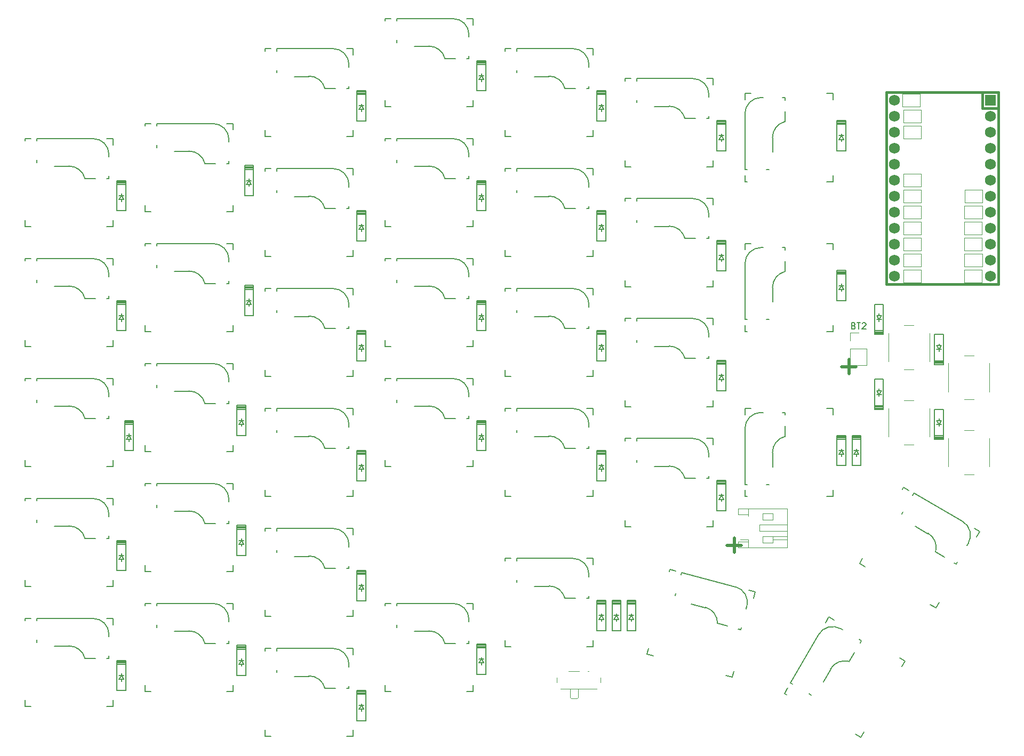
<source format=gbr>
%TF.GenerationSoftware,KiCad,Pcbnew,6.0.4*%
%TF.CreationDate,2022-04-20T09:09:29+02:00*%
%TF.ProjectId,mykeeb,6d796b65-6562-42e6-9b69-6361645f7063,rev?*%
%TF.SameCoordinates,Original*%
%TF.FileFunction,Legend,Top*%
%TF.FilePolarity,Positive*%
%FSLAX46Y46*%
G04 Gerber Fmt 4.6, Leading zero omitted, Abs format (unit mm)*
G04 Created by KiCad (PCBNEW 6.0.4) date 2022-04-20 09:09:29*
%MOMM*%
%LPD*%
G01*
G04 APERTURE LIST*
%ADD10C,0.500000*%
%ADD11C,0.150000*%
%ADD12C,0.120000*%
%ADD13C,0.200000*%
%ADD14C,0.381000*%
%ADD15C,1.752600*%
%ADD16R,1.752600X1.752600*%
G04 APERTURE END LIST*
D10*
X170307142Y-86380285D02*
X172592857Y-86380285D01*
X171450000Y-87523142D02*
X171450000Y-85237428D01*
X152109142Y-114768285D02*
X154394857Y-114768285D01*
X153252000Y-115911142D02*
X153252000Y-113625428D01*
D11*
%TO.C,BT2*%
X172188285Y-79894571D02*
X172331142Y-79942190D01*
X172378761Y-79989809D01*
X172426380Y-80085047D01*
X172426380Y-80227904D01*
X172378761Y-80323142D01*
X172331142Y-80370761D01*
X172235904Y-80418380D01*
X171854952Y-80418380D01*
X171854952Y-79418380D01*
X172188285Y-79418380D01*
X172283523Y-79466000D01*
X172331142Y-79513619D01*
X172378761Y-79608857D01*
X172378761Y-79704095D01*
X172331142Y-79799333D01*
X172283523Y-79846952D01*
X172188285Y-79894571D01*
X171854952Y-79894571D01*
X172712095Y-79418380D02*
X173283523Y-79418380D01*
X172997809Y-80418380D02*
X172997809Y-79418380D01*
X173569238Y-79513619D02*
X173616857Y-79466000D01*
X173712095Y-79418380D01*
X173950190Y-79418380D01*
X174045428Y-79466000D01*
X174093047Y-79513619D01*
X174140666Y-79608857D01*
X174140666Y-79704095D01*
X174093047Y-79846952D01*
X173521619Y-80418380D01*
X174140666Y-80418380D01*
D12*
X171644000Y-82296000D02*
X171644000Y-80966000D01*
X171644000Y-86166000D02*
X174304000Y-86166000D01*
X171644000Y-83566000D02*
X171644000Y-86166000D01*
X171644000Y-83566000D02*
X174304000Y-83566000D01*
X171644000Y-80966000D02*
X172974000Y-80966000D01*
X174304000Y-83566000D02*
X174304000Y-86166000D01*
D13*
%TO.C,D32*%
X94409375Y-102093750D02*
X93659375Y-102093750D01*
X93659375Y-102693750D02*
X94059375Y-102093750D01*
X94759375Y-104493750D02*
X93359375Y-104493750D01*
X94759375Y-99893750D02*
X93359375Y-99893750D01*
X94759375Y-100293750D02*
X93359375Y-100293750D01*
X94059375Y-102093750D02*
X94409375Y-102693750D01*
X94059375Y-102093750D02*
X94059375Y-101793750D01*
X94059375Y-102693750D02*
X94059375Y-102993750D01*
X94759375Y-100093750D02*
X93359375Y-100093750D01*
X94759375Y-99693750D02*
X93359375Y-99693750D01*
X94759375Y-99693750D02*
X94759375Y-104493750D01*
X94409375Y-102693750D02*
X93659375Y-102693750D01*
X93359375Y-99693750D02*
X93359375Y-104493750D01*
D11*
%TO.C,K11*%
X69214999Y-73183751D02*
G75*
G03*
X66675001Y-71200579I-2539999J-634999D01*
G01*
X73025000Y-69373750D02*
G75*
G03*
X70485000Y-66833750I-2540000J0D01*
G01*
X59675000Y-80818750D02*
X59675000Y-79818750D01*
X70485000Y-66833750D02*
X61595000Y-66833750D01*
X73025000Y-69373750D02*
X73025000Y-69754750D01*
X59675000Y-66818750D02*
X60675000Y-66818750D01*
X72644000Y-73183750D02*
X73025000Y-73183750D01*
X64389000Y-71278750D02*
X66675000Y-71278750D01*
X72675000Y-66818750D02*
X73675000Y-66818750D01*
X61595000Y-70262750D02*
X61595000Y-70643750D01*
X59675000Y-67214750D02*
X59675000Y-66818750D01*
X73675000Y-66818750D02*
X73675000Y-67818750D01*
X61595000Y-66833750D02*
X61595000Y-67214750D01*
X73025000Y-73183750D02*
X73025000Y-72802750D01*
X73675000Y-80818750D02*
X72675000Y-80818750D01*
X73675000Y-79818750D02*
X73675000Y-80818750D01*
X69215000Y-73183750D02*
X70866000Y-73183750D01*
X60675000Y-80818750D02*
X59675000Y-80818750D01*
%TO.C,K10*%
X50164999Y-75565001D02*
G75*
G03*
X47625001Y-73581829I-2539999J-634999D01*
G01*
X53975000Y-71755000D02*
G75*
G03*
X51435000Y-69215000I-2540000J0D01*
G01*
X40625000Y-83200000D02*
X40625000Y-82200000D01*
X51435000Y-69215000D02*
X42545000Y-69215000D01*
X53975000Y-71755000D02*
X53975000Y-72136000D01*
X40625000Y-69200000D02*
X41625000Y-69200000D01*
X53594000Y-75565000D02*
X53975000Y-75565000D01*
X45339000Y-73660000D02*
X47625000Y-73660000D01*
X53625000Y-69200000D02*
X54625000Y-69200000D01*
X42545000Y-72644000D02*
X42545000Y-73025000D01*
X40625000Y-69596000D02*
X40625000Y-69200000D01*
X54625000Y-69200000D02*
X54625000Y-70200000D01*
X42545000Y-69215000D02*
X42545000Y-69596000D01*
X53975000Y-75565000D02*
X53975000Y-75184000D01*
X54625000Y-83200000D02*
X53625000Y-83200000D01*
X54625000Y-82200000D02*
X54625000Y-83200000D01*
X50165000Y-75565000D02*
X51816000Y-75565000D01*
X41625000Y-83200000D02*
X40625000Y-83200000D01*
%TO.C,K31*%
X69214999Y-111283751D02*
G75*
G03*
X66675001Y-109300579I-2539999J-634999D01*
G01*
X73025000Y-107473750D02*
G75*
G03*
X70485000Y-104933750I-2540000J0D01*
G01*
X59675000Y-118918750D02*
X59675000Y-117918750D01*
X70485000Y-104933750D02*
X61595000Y-104933750D01*
X73025000Y-107473750D02*
X73025000Y-107854750D01*
X59675000Y-104918750D02*
X60675000Y-104918750D01*
X72644000Y-111283750D02*
X73025000Y-111283750D01*
X64389000Y-109378750D02*
X66675000Y-109378750D01*
X72675000Y-104918750D02*
X73675000Y-104918750D01*
X61595000Y-108362750D02*
X61595000Y-108743750D01*
X59675000Y-105314750D02*
X59675000Y-104918750D01*
X73675000Y-104918750D02*
X73675000Y-105918750D01*
X61595000Y-104933750D02*
X61595000Y-105314750D01*
X73025000Y-111283750D02*
X73025000Y-110902750D01*
X73675000Y-118918750D02*
X72675000Y-118918750D01*
X73675000Y-117918750D02*
X73675000Y-118918750D01*
X69215000Y-111283750D02*
X70866000Y-111283750D01*
X60675000Y-118918750D02*
X59675000Y-118918750D01*
D12*
%TO.C,BT1*%
X161644000Y-112514000D02*
X157284000Y-112514000D01*
X159384000Y-113314000D02*
X161644000Y-113314000D01*
X159384000Y-113314000D02*
X157784000Y-113314000D01*
X155424000Y-113874000D02*
X154209000Y-113874000D01*
X161644000Y-108954000D02*
X153824000Y-108954000D01*
X153824000Y-115074000D02*
X161644000Y-115074000D01*
X159384000Y-110714000D02*
X157784000Y-110714000D01*
X155424000Y-108954000D02*
X155424000Y-109874000D01*
X157284000Y-111514000D02*
X161644000Y-111514000D01*
X155424000Y-109874000D02*
X155424000Y-110154000D01*
X161644000Y-115074000D02*
X161644000Y-108954000D01*
X159384000Y-114314000D02*
X159384000Y-113314000D01*
X159384000Y-113814000D02*
X161644000Y-113814000D01*
X153824000Y-114154000D02*
X153824000Y-115074000D01*
X157784000Y-113314000D02*
X157784000Y-114314000D01*
X155424000Y-114154000D02*
X153824000Y-114154000D01*
X155424000Y-113874000D02*
X155424000Y-114154000D01*
X159384000Y-109714000D02*
X159384000Y-110714000D01*
X157784000Y-114314000D02*
X159384000Y-114314000D01*
X157284000Y-112514000D02*
X157284000Y-111514000D01*
X155424000Y-115074000D02*
X155424000Y-114154000D01*
X157784000Y-109714000D02*
X159384000Y-109714000D01*
X157784000Y-110714000D02*
X157784000Y-109714000D01*
X153824000Y-108954000D02*
X153824000Y-109874000D01*
X153824000Y-109874000D02*
X155424000Y-109874000D01*
D13*
%TO.C,D30*%
X56309375Y-116381250D02*
X55559375Y-116381250D01*
X55559375Y-116981250D02*
X55959375Y-116381250D01*
X56659375Y-118781250D02*
X55259375Y-118781250D01*
X56659375Y-114181250D02*
X55259375Y-114181250D01*
X56659375Y-114581250D02*
X55259375Y-114581250D01*
X55959375Y-116381250D02*
X56309375Y-116981250D01*
X55959375Y-116381250D02*
X55959375Y-116081250D01*
X55959375Y-116981250D02*
X55959375Y-117281250D01*
X56659375Y-114381250D02*
X55259375Y-114381250D01*
X56659375Y-113981250D02*
X55259375Y-113981250D01*
X56659375Y-113981250D02*
X56659375Y-118781250D01*
X56309375Y-116981250D02*
X55559375Y-116981250D01*
X55259375Y-113981250D02*
X55259375Y-118781250D01*
D12*
%TO.C,JPr2a1*%
X192521750Y-65913125D02*
X192521750Y-67913125D01*
X189721750Y-65913125D02*
X192521750Y-65913125D01*
X189721750Y-67913125D02*
X189721750Y-65913125D01*
X192521750Y-67913125D02*
X189721750Y-67913125D01*
D11*
%TO.C,K24*%
X126364999Y-80327501D02*
G75*
G03*
X123825001Y-78344329I-2539999J-634999D01*
G01*
X130175000Y-76517500D02*
G75*
G03*
X127635000Y-73977500I-2540000J0D01*
G01*
X116825000Y-87962500D02*
X116825000Y-86962500D01*
X127635000Y-73977500D02*
X118745000Y-73977500D01*
X130175000Y-76517500D02*
X130175000Y-76898500D01*
X116825000Y-73962500D02*
X117825000Y-73962500D01*
X129794000Y-80327500D02*
X130175000Y-80327500D01*
X121539000Y-78422500D02*
X123825000Y-78422500D01*
X129825000Y-73962500D02*
X130825000Y-73962500D01*
X118745000Y-77406500D02*
X118745000Y-77787500D01*
X116825000Y-74358500D02*
X116825000Y-73962500D01*
X130825000Y-73962500D02*
X130825000Y-74962500D01*
X118745000Y-73977500D02*
X118745000Y-74358500D01*
X130175000Y-80327500D02*
X130175000Y-79946500D01*
X130825000Y-87962500D02*
X129825000Y-87962500D01*
X130825000Y-86962500D02*
X130825000Y-87962500D01*
X126365000Y-80327500D02*
X128016000Y-80327500D01*
X117825000Y-87962500D02*
X116825000Y-87962500D01*
%TO.C,K45*%
X150578369Y-127160968D02*
G75*
G03*
X148638201Y-124587971I-2617801J44038D01*
G01*
X155244647Y-124466891D02*
G75*
G03*
X153448596Y-121356039I-2453451J657401D01*
G01*
X153169135Y-134724218D02*
X152910315Y-135690144D01*
X139387354Y-132066677D02*
X139646173Y-131100752D01*
X155244648Y-124466891D02*
X155146038Y-124834908D01*
X140353280Y-132325497D02*
X139387354Y-132066677D01*
X153890529Y-128048458D02*
X154258547Y-128147068D01*
X156533782Y-122167183D02*
X156274963Y-123133108D01*
X153448596Y-121356039D02*
X144861516Y-119055137D01*
X146409862Y-124071818D02*
X148617968Y-124663478D01*
X142908328Y-118926223D02*
X143010821Y-118543716D01*
X143974025Y-122367297D02*
X143875415Y-122735315D01*
X155567856Y-121908363D02*
X156533782Y-122167183D01*
X154258547Y-128147068D02*
X154357157Y-127779050D01*
X152910315Y-135690144D02*
X151944390Y-135431325D01*
X144861516Y-119055137D02*
X144762906Y-119423155D01*
X143010821Y-118543716D02*
X143976746Y-118802535D01*
X150578370Y-127160967D02*
X152173113Y-127588278D01*
D13*
%TO.C,D33*%
X113459375Y-97331250D02*
X112709375Y-97331250D01*
X112709375Y-97931250D02*
X113109375Y-97331250D01*
X113809375Y-99731250D02*
X112409375Y-99731250D01*
X113809375Y-95131250D02*
X112409375Y-95131250D01*
X113809375Y-95531250D02*
X112409375Y-95531250D01*
X113109375Y-97331250D02*
X113459375Y-97931250D01*
X113109375Y-97331250D02*
X113109375Y-97031250D01*
X113109375Y-97931250D02*
X113109375Y-98231250D01*
X113809375Y-95331250D02*
X112409375Y-95331250D01*
X113809375Y-94931250D02*
X112409375Y-94931250D01*
X113809375Y-94931250D02*
X113809375Y-99731250D01*
X113459375Y-97931250D02*
X112709375Y-97931250D01*
X112409375Y-94931250D02*
X112409375Y-99731250D01*
%TO.C,D21*%
X75359375Y-94950000D02*
X74609375Y-94950000D01*
X74609375Y-95550000D02*
X75009375Y-94950000D01*
X75709375Y-97350000D02*
X74309375Y-97350000D01*
X75709375Y-92750000D02*
X74309375Y-92750000D01*
X75709375Y-93150000D02*
X74309375Y-93150000D01*
X75009375Y-94950000D02*
X75359375Y-95550000D01*
X75009375Y-94950000D02*
X75009375Y-94650000D01*
X75009375Y-95550000D02*
X75009375Y-95850000D01*
X75709375Y-92950000D02*
X74309375Y-92950000D01*
X75709375Y-92550000D02*
X74309375Y-92550000D01*
X75709375Y-92550000D02*
X75709375Y-97350000D01*
X75359375Y-95550000D02*
X74609375Y-95550000D01*
X74309375Y-92550000D02*
X74309375Y-97350000D01*
%TO.C,D42*%
X94409375Y-121143750D02*
X93659375Y-121143750D01*
X93659375Y-121743750D02*
X94059375Y-121143750D01*
X94759375Y-123543750D02*
X93359375Y-123543750D01*
X94759375Y-118943750D02*
X93359375Y-118943750D01*
X94759375Y-119343750D02*
X93359375Y-119343750D01*
X94059375Y-121143750D02*
X94409375Y-121743750D01*
X94059375Y-121143750D02*
X94059375Y-120843750D01*
X94059375Y-121743750D02*
X94059375Y-122043750D01*
X94759375Y-119143750D02*
X93359375Y-119143750D01*
X94759375Y-118743750D02*
X93359375Y-118743750D01*
X94759375Y-118743750D02*
X94759375Y-123543750D01*
X94409375Y-121743750D02*
X93659375Y-121743750D01*
X93359375Y-118743750D02*
X93359375Y-123543750D01*
%TO.C,D6*%
X170609375Y-49706250D02*
X169859375Y-49706250D01*
X169859375Y-50306250D02*
X170259375Y-49706250D01*
X170959375Y-52106250D02*
X169559375Y-52106250D01*
X170959375Y-47506250D02*
X169559375Y-47506250D01*
X170959375Y-47906250D02*
X169559375Y-47906250D01*
X170259375Y-49706250D02*
X170609375Y-50306250D01*
X170259375Y-49706250D02*
X170259375Y-49406250D01*
X170259375Y-50306250D02*
X170259375Y-50606250D01*
X170959375Y-47706250D02*
X169559375Y-47706250D01*
X170959375Y-47306250D02*
X169559375Y-47306250D01*
X170959375Y-47306250D02*
X170959375Y-52106250D01*
X170609375Y-50306250D02*
X169859375Y-50306250D01*
X169559375Y-47306250D02*
X169559375Y-52106250D01*
D11*
%TO.C,K41*%
X69214999Y-130333751D02*
G75*
G03*
X66675001Y-128350579I-2539999J-634999D01*
G01*
X73025000Y-126523750D02*
G75*
G03*
X70485000Y-123983750I-2540000J0D01*
G01*
X59675000Y-137968750D02*
X59675000Y-136968750D01*
X70485000Y-123983750D02*
X61595000Y-123983750D01*
X73025000Y-126523750D02*
X73025000Y-126904750D01*
X59675000Y-123968750D02*
X60675000Y-123968750D01*
X72644000Y-130333750D02*
X73025000Y-130333750D01*
X64389000Y-128428750D02*
X66675000Y-128428750D01*
X72675000Y-123968750D02*
X73675000Y-123968750D01*
X61595000Y-127412750D02*
X61595000Y-127793750D01*
X59675000Y-124364750D02*
X59675000Y-123968750D01*
X73675000Y-123968750D02*
X73675000Y-124968750D01*
X61595000Y-123983750D02*
X61595000Y-124364750D01*
X73025000Y-130333750D02*
X73025000Y-129952750D01*
X73675000Y-137968750D02*
X72675000Y-137968750D01*
X73675000Y-136968750D02*
X73675000Y-137968750D01*
X69215000Y-130333750D02*
X70866000Y-130333750D01*
X60675000Y-137968750D02*
X59675000Y-137968750D01*
D13*
%TO.C,D12*%
X94409375Y-63993750D02*
X93659375Y-63993750D01*
X93659375Y-64593750D02*
X94059375Y-63993750D01*
X94759375Y-66393750D02*
X93359375Y-66393750D01*
X94759375Y-61793750D02*
X93359375Y-61793750D01*
X94759375Y-62193750D02*
X93359375Y-62193750D01*
X94059375Y-63993750D02*
X94409375Y-64593750D01*
X94059375Y-63993750D02*
X94059375Y-63693750D01*
X94059375Y-64593750D02*
X94059375Y-64893750D01*
X94759375Y-61993750D02*
X93359375Y-61993750D01*
X94759375Y-61593750D02*
X93359375Y-61593750D01*
X94759375Y-61593750D02*
X94759375Y-66393750D01*
X94409375Y-64593750D02*
X93659375Y-64593750D01*
X93359375Y-61593750D02*
X93359375Y-66393750D01*
D11*
%TO.C,K20*%
X50164999Y-94615001D02*
G75*
G03*
X47625001Y-92631829I-2539999J-634999D01*
G01*
X53975000Y-90805000D02*
G75*
G03*
X51435000Y-88265000I-2540000J0D01*
G01*
X40625000Y-102250000D02*
X40625000Y-101250000D01*
X51435000Y-88265000D02*
X42545000Y-88265000D01*
X53975000Y-90805000D02*
X53975000Y-91186000D01*
X40625000Y-88250000D02*
X41625000Y-88250000D01*
X53594000Y-94615000D02*
X53975000Y-94615000D01*
X45339000Y-92710000D02*
X47625000Y-92710000D01*
X53625000Y-88250000D02*
X54625000Y-88250000D01*
X42545000Y-91694000D02*
X42545000Y-92075000D01*
X40625000Y-88646000D02*
X40625000Y-88250000D01*
X54625000Y-88250000D02*
X54625000Y-89250000D01*
X42545000Y-88265000D02*
X42545000Y-88646000D01*
X53975000Y-94615000D02*
X53975000Y-94234000D01*
X54625000Y-102250000D02*
X53625000Y-102250000D01*
X54625000Y-101250000D02*
X54625000Y-102250000D01*
X50165000Y-94615000D02*
X51816000Y-94615000D01*
X41625000Y-102250000D02*
X40625000Y-102250000D01*
%TO.C,K21*%
X69214999Y-92233751D02*
G75*
G03*
X66675001Y-90250579I-2539999J-634999D01*
G01*
X73025000Y-88423750D02*
G75*
G03*
X70485000Y-85883750I-2540000J0D01*
G01*
X59675000Y-99868750D02*
X59675000Y-98868750D01*
X70485000Y-85883750D02*
X61595000Y-85883750D01*
X73025000Y-88423750D02*
X73025000Y-88804750D01*
X59675000Y-85868750D02*
X60675000Y-85868750D01*
X72644000Y-92233750D02*
X73025000Y-92233750D01*
X64389000Y-90328750D02*
X66675000Y-90328750D01*
X72675000Y-85868750D02*
X73675000Y-85868750D01*
X61595000Y-89312750D02*
X61595000Y-89693750D01*
X59675000Y-86264750D02*
X59675000Y-85868750D01*
X73675000Y-85868750D02*
X73675000Y-86868750D01*
X61595000Y-85883750D02*
X61595000Y-86264750D01*
X73025000Y-92233750D02*
X73025000Y-91852750D01*
X73675000Y-99868750D02*
X72675000Y-99868750D01*
X73675000Y-98868750D02*
X73675000Y-99868750D01*
X69215000Y-92233750D02*
X70866000Y-92233750D01*
X60675000Y-99868750D02*
X59675000Y-99868750D01*
%TO.C,K13*%
X107314999Y-56515001D02*
G75*
G03*
X104775001Y-54531829I-2539999J-634999D01*
G01*
X111125000Y-52705000D02*
G75*
G03*
X108585000Y-50165000I-2540000J0D01*
G01*
X97775000Y-64150000D02*
X97775000Y-63150000D01*
X108585000Y-50165000D02*
X99695000Y-50165000D01*
X111125000Y-52705000D02*
X111125000Y-53086000D01*
X97775000Y-50150000D02*
X98775000Y-50150000D01*
X110744000Y-56515000D02*
X111125000Y-56515000D01*
X102489000Y-54610000D02*
X104775000Y-54610000D01*
X110775000Y-50150000D02*
X111775000Y-50150000D01*
X99695000Y-53594000D02*
X99695000Y-53975000D01*
X97775000Y-50546000D02*
X97775000Y-50150000D01*
X111775000Y-50150000D02*
X111775000Y-51150000D01*
X99695000Y-50165000D02*
X99695000Y-50546000D01*
X111125000Y-56515000D02*
X111125000Y-56134000D01*
X111775000Y-64150000D02*
X110775000Y-64150000D01*
X111775000Y-63150000D02*
X111775000Y-64150000D01*
X107315000Y-56515000D02*
X108966000Y-56515000D01*
X98775000Y-64150000D02*
X97775000Y-64150000D01*
D13*
%TO.C,D23*%
X113459375Y-78281250D02*
X112709375Y-78281250D01*
X112709375Y-78881250D02*
X113109375Y-78281250D01*
X113809375Y-80681250D02*
X112409375Y-80681250D01*
X113809375Y-76081250D02*
X112409375Y-76081250D01*
X113809375Y-76481250D02*
X112409375Y-76481250D01*
X113109375Y-78281250D02*
X113459375Y-78881250D01*
X113109375Y-78281250D02*
X113109375Y-77981250D01*
X113109375Y-78881250D02*
X113109375Y-79181250D01*
X113809375Y-76281250D02*
X112409375Y-76281250D01*
X113809375Y-75881250D02*
X112409375Y-75881250D01*
X113809375Y-75881250D02*
X113809375Y-80681250D01*
X113459375Y-78881250D02*
X112709375Y-78881250D01*
X112409375Y-75881250D02*
X112409375Y-80681250D01*
D11*
%TO.C,K36*%
X185200051Y-115821028D02*
G75*
G03*
X183991934Y-112833552I-2517203J720074D01*
G01*
X190404609Y-114426471D02*
G75*
G03*
X189474905Y-110956767I-2199704J1270000D01*
G01*
X173120670Y-117663132D02*
X173620670Y-116797106D01*
X189474905Y-110956767D02*
X181775939Y-106511767D01*
X190404609Y-114426471D02*
X190214109Y-114756427D01*
X180120670Y-105538776D02*
X180986696Y-106038776D01*
X188169654Y-117535528D02*
X188499609Y-117726028D01*
X181973114Y-111758249D02*
X183952848Y-112901249D01*
X191379000Y-112038776D02*
X192245026Y-112538776D01*
X180061439Y-109481368D02*
X179870939Y-109811323D01*
X179922670Y-105881722D02*
X180120670Y-105538776D01*
X192245026Y-112538776D02*
X191745026Y-113404802D01*
X181775939Y-106511767D02*
X181585439Y-106841722D01*
X188499609Y-117726028D02*
X188690109Y-117396072D01*
X185245026Y-124663132D02*
X184379000Y-124163132D01*
X185745026Y-123797106D02*
X185245026Y-124663132D01*
X185200053Y-115821028D02*
X186629860Y-116646528D01*
X173986696Y-118163132D02*
X173120670Y-117663132D01*
D13*
%TO.C,D2*%
X94409375Y-44943750D02*
X93659375Y-44943750D01*
X93659375Y-45543750D02*
X94059375Y-44943750D01*
X94759375Y-47343750D02*
X93359375Y-47343750D01*
X94759375Y-42743750D02*
X93359375Y-42743750D01*
X94759375Y-43143750D02*
X93359375Y-43143750D01*
X94059375Y-44943750D02*
X94409375Y-45543750D01*
X94059375Y-44943750D02*
X94059375Y-44643750D01*
X94059375Y-45543750D02*
X94059375Y-45843750D01*
X94759375Y-42943750D02*
X93359375Y-42943750D01*
X94759375Y-42543750D02*
X93359375Y-42543750D01*
X94759375Y-42543750D02*
X94759375Y-47343750D01*
X94409375Y-45543750D02*
X93659375Y-45543750D01*
X93359375Y-42543750D02*
X93359375Y-47343750D01*
D11*
%TO.C,K40*%
X50164999Y-132715001D02*
G75*
G03*
X47625001Y-130731829I-2539999J-634999D01*
G01*
X53975000Y-128905000D02*
G75*
G03*
X51435000Y-126365000I-2540000J0D01*
G01*
X40625000Y-140350000D02*
X40625000Y-139350000D01*
X51435000Y-126365000D02*
X42545000Y-126365000D01*
X53975000Y-128905000D02*
X53975000Y-129286000D01*
X40625000Y-126350000D02*
X41625000Y-126350000D01*
X53594000Y-132715000D02*
X53975000Y-132715000D01*
X45339000Y-130810000D02*
X47625000Y-130810000D01*
X53625000Y-126350000D02*
X54625000Y-126350000D01*
X42545000Y-129794000D02*
X42545000Y-130175000D01*
X40625000Y-126746000D02*
X40625000Y-126350000D01*
X54625000Y-126350000D02*
X54625000Y-127350000D01*
X42545000Y-126365000D02*
X42545000Y-126746000D01*
X53975000Y-132715000D02*
X53975000Y-132334000D01*
X54625000Y-140350000D02*
X53625000Y-140350000D01*
X54625000Y-139350000D02*
X54625000Y-140350000D01*
X50165000Y-132715000D02*
X51816000Y-132715000D01*
X41625000Y-140350000D02*
X40625000Y-140350000D01*
%TO.C,K25*%
X145414999Y-85090001D02*
G75*
G03*
X142875001Y-83106829I-2539999J-634999D01*
G01*
X149225000Y-81280000D02*
G75*
G03*
X146685000Y-78740000I-2540000J0D01*
G01*
X135875000Y-92725000D02*
X135875000Y-91725000D01*
X146685000Y-78740000D02*
X137795000Y-78740000D01*
X149225000Y-81280000D02*
X149225000Y-81661000D01*
X135875000Y-78725000D02*
X136875000Y-78725000D01*
X148844000Y-85090000D02*
X149225000Y-85090000D01*
X140589000Y-83185000D02*
X142875000Y-83185000D01*
X148875000Y-78725000D02*
X149875000Y-78725000D01*
X137795000Y-82169000D02*
X137795000Y-82550000D01*
X135875000Y-79121000D02*
X135875000Y-78725000D01*
X149875000Y-78725000D02*
X149875000Y-79725000D01*
X137795000Y-78740000D02*
X137795000Y-79121000D01*
X149225000Y-85090000D02*
X149225000Y-84709000D01*
X149875000Y-92725000D02*
X148875000Y-92725000D01*
X149875000Y-91725000D02*
X149875000Y-92725000D01*
X145415000Y-85090000D02*
X147066000Y-85090000D01*
X136875000Y-92725000D02*
X135875000Y-92725000D01*
D13*
%TO.C,D24*%
X132509375Y-83043750D02*
X131759375Y-83043750D01*
X131759375Y-83643750D02*
X132159375Y-83043750D01*
X132859375Y-85443750D02*
X131459375Y-85443750D01*
X132859375Y-80843750D02*
X131459375Y-80843750D01*
X132859375Y-81243750D02*
X131459375Y-81243750D01*
X132159375Y-83043750D02*
X132509375Y-83643750D01*
X132159375Y-83043750D02*
X132159375Y-82743750D01*
X132159375Y-83643750D02*
X132159375Y-83943750D01*
X132859375Y-81043750D02*
X131459375Y-81043750D01*
X132859375Y-80643750D02*
X131459375Y-80643750D01*
X132859375Y-80643750D02*
X132859375Y-85443750D01*
X132509375Y-83643750D02*
X131759375Y-83643750D01*
X131459375Y-80643750D02*
X131459375Y-85443750D01*
D11*
%TO.C,K7*%
X88264999Y-137477501D02*
G75*
G03*
X85725001Y-135494329I-2539999J-634999D01*
G01*
X92075000Y-133667500D02*
G75*
G03*
X89535000Y-131127500I-2540000J0D01*
G01*
X78725000Y-145112500D02*
X78725000Y-144112500D01*
X89535000Y-131127500D02*
X80645000Y-131127500D01*
X92075000Y-133667500D02*
X92075000Y-134048500D01*
X78725000Y-131112500D02*
X79725000Y-131112500D01*
X91694000Y-137477500D02*
X92075000Y-137477500D01*
X83439000Y-135572500D02*
X85725000Y-135572500D01*
X91725000Y-131112500D02*
X92725000Y-131112500D01*
X80645000Y-134556500D02*
X80645000Y-134937500D01*
X78725000Y-131508500D02*
X78725000Y-131112500D01*
X92725000Y-131112500D02*
X92725000Y-132112500D01*
X80645000Y-131127500D02*
X80645000Y-131508500D01*
X92075000Y-137477500D02*
X92075000Y-137096500D01*
X92725000Y-145112500D02*
X91725000Y-145112500D01*
X92725000Y-144112500D02*
X92725000Y-145112500D01*
X88265000Y-137477500D02*
X89916000Y-137477500D01*
X79725000Y-145112500D02*
X78725000Y-145112500D01*
D13*
%TO.C,D16*%
X170609375Y-73518750D02*
X169859375Y-73518750D01*
X169859375Y-74118750D02*
X170259375Y-73518750D01*
X170959375Y-75918750D02*
X169559375Y-75918750D01*
X170959375Y-71318750D02*
X169559375Y-71318750D01*
X170959375Y-71718750D02*
X169559375Y-71718750D01*
X170259375Y-73518750D02*
X170609375Y-74118750D01*
X170259375Y-73518750D02*
X170259375Y-73218750D01*
X170259375Y-74118750D02*
X170259375Y-74418750D01*
X170959375Y-71518750D02*
X169559375Y-71518750D01*
X170959375Y-71118750D02*
X169559375Y-71118750D01*
X170959375Y-71118750D02*
X170959375Y-75918750D01*
X170609375Y-74118750D02*
X169859375Y-74118750D01*
X169559375Y-71118750D02*
X169559375Y-75918750D01*
D12*
%TO.C,JPr4a1*%
X192558750Y-70993125D02*
X192558750Y-72993125D01*
X189758750Y-70993125D02*
X192558750Y-70993125D01*
X189758750Y-72993125D02*
X189758750Y-70993125D01*
X192558750Y-72993125D02*
X189758750Y-72993125D01*
D11*
%TO.C,K15*%
X145414999Y-66040001D02*
G75*
G03*
X142875001Y-64056829I-2539999J-634999D01*
G01*
X149225000Y-62230000D02*
G75*
G03*
X146685000Y-59690000I-2540000J0D01*
G01*
X135875000Y-73675000D02*
X135875000Y-72675000D01*
X146685000Y-59690000D02*
X137795000Y-59690000D01*
X149225000Y-62230000D02*
X149225000Y-62611000D01*
X135875000Y-59675000D02*
X136875000Y-59675000D01*
X148844000Y-66040000D02*
X149225000Y-66040000D01*
X140589000Y-64135000D02*
X142875000Y-64135000D01*
X148875000Y-59675000D02*
X149875000Y-59675000D01*
X137795000Y-63119000D02*
X137795000Y-63500000D01*
X135875000Y-60071000D02*
X135875000Y-59675000D01*
X149875000Y-59675000D02*
X149875000Y-60675000D01*
X137795000Y-59690000D02*
X137795000Y-60071000D01*
X149225000Y-66040000D02*
X149225000Y-65659000D01*
X149875000Y-73675000D02*
X148875000Y-73675000D01*
X149875000Y-72675000D02*
X149875000Y-73675000D01*
X145415000Y-66040000D02*
X147066000Y-66040000D01*
X136875000Y-73675000D02*
X135875000Y-73675000D01*
D13*
%TO.C,D17*%
X175862500Y-78881250D02*
X176612500Y-78881250D01*
X176612500Y-78281250D02*
X176212500Y-78881250D01*
X175512500Y-76481250D02*
X176912500Y-76481250D01*
X175512500Y-81081250D02*
X176912500Y-81081250D01*
X175512500Y-80681250D02*
X176912500Y-80681250D01*
X176212500Y-78881250D02*
X175862500Y-78281250D01*
X176212500Y-78881250D02*
X176212500Y-79181250D01*
X176212500Y-78281250D02*
X176212500Y-77981250D01*
X175512500Y-80881250D02*
X176912500Y-80881250D01*
X175512500Y-81281250D02*
X176912500Y-81281250D01*
X175512500Y-81281250D02*
X175512500Y-76481250D01*
X175862500Y-78281250D02*
X176612500Y-78281250D01*
X176912500Y-81281250D02*
X176912500Y-76481250D01*
D11*
%TO.C,K5*%
X145414999Y-46990001D02*
G75*
G03*
X142875001Y-45006829I-2539999J-634999D01*
G01*
X149225000Y-43180000D02*
G75*
G03*
X146685000Y-40640000I-2540000J0D01*
G01*
X135875000Y-54625000D02*
X135875000Y-53625000D01*
X146685000Y-40640000D02*
X137795000Y-40640000D01*
X149225000Y-43180000D02*
X149225000Y-43561000D01*
X135875000Y-40625000D02*
X136875000Y-40625000D01*
X148844000Y-46990000D02*
X149225000Y-46990000D01*
X140589000Y-45085000D02*
X142875000Y-45085000D01*
X148875000Y-40625000D02*
X149875000Y-40625000D01*
X137795000Y-44069000D02*
X137795000Y-44450000D01*
X135875000Y-41021000D02*
X135875000Y-40625000D01*
X149875000Y-40625000D02*
X149875000Y-41625000D01*
X137795000Y-40640000D02*
X137795000Y-41021000D01*
X149225000Y-46990000D02*
X149225000Y-46609000D01*
X149875000Y-54625000D02*
X148875000Y-54625000D01*
X149875000Y-53625000D02*
X149875000Y-54625000D01*
X145415000Y-46990000D02*
X147066000Y-46990000D01*
X136875000Y-54625000D02*
X135875000Y-54625000D01*
%TO.C,K1*%
X69214999Y-54133751D02*
G75*
G03*
X66675001Y-52150579I-2539999J-634999D01*
G01*
X73025000Y-50323750D02*
G75*
G03*
X70485000Y-47783750I-2540000J0D01*
G01*
X59675000Y-61768750D02*
X59675000Y-60768750D01*
X70485000Y-47783750D02*
X61595000Y-47783750D01*
X73025000Y-50323750D02*
X73025000Y-50704750D01*
X59675000Y-47768750D02*
X60675000Y-47768750D01*
X72644000Y-54133750D02*
X73025000Y-54133750D01*
X64389000Y-52228750D02*
X66675000Y-52228750D01*
X72675000Y-47768750D02*
X73675000Y-47768750D01*
X61595000Y-51212750D02*
X61595000Y-51593750D01*
X59675000Y-48164750D02*
X59675000Y-47768750D01*
X73675000Y-47768750D02*
X73675000Y-48768750D01*
X61595000Y-47783750D02*
X61595000Y-48164750D01*
X73025000Y-54133750D02*
X73025000Y-53752750D01*
X73675000Y-61768750D02*
X72675000Y-61768750D01*
X73675000Y-60768750D02*
X73675000Y-61768750D01*
X69215000Y-54133750D02*
X70866000Y-54133750D01*
X60675000Y-61768750D02*
X59675000Y-61768750D01*
D12*
%TO.C,JPbat+a0*%
X179956000Y-45053125D02*
X179956000Y-43053125D01*
X182756000Y-45053125D02*
X179956000Y-45053125D01*
X182756000Y-43053125D02*
X182756000Y-45053125D01*
X179956000Y-43053125D02*
X182756000Y-43053125D01*
D11*
%TO.C,K0*%
X50164999Y-56515001D02*
G75*
G03*
X47625001Y-54531829I-2539999J-634999D01*
G01*
X53975000Y-52705000D02*
G75*
G03*
X51435000Y-50165000I-2540000J0D01*
G01*
X40625000Y-64150000D02*
X40625000Y-63150000D01*
X51435000Y-50165000D02*
X42545000Y-50165000D01*
X53975000Y-52705000D02*
X53975000Y-53086000D01*
X40625000Y-50150000D02*
X41625000Y-50150000D01*
X53594000Y-56515000D02*
X53975000Y-56515000D01*
X45339000Y-54610000D02*
X47625000Y-54610000D01*
X53625000Y-50150000D02*
X54625000Y-50150000D01*
X42545000Y-53594000D02*
X42545000Y-53975000D01*
X40625000Y-50546000D02*
X40625000Y-50150000D01*
X54625000Y-50150000D02*
X54625000Y-51150000D01*
X42545000Y-50165000D02*
X42545000Y-50546000D01*
X53975000Y-56515000D02*
X53975000Y-56134000D01*
X54625000Y-64150000D02*
X53625000Y-64150000D01*
X54625000Y-63150000D02*
X54625000Y-64150000D01*
X50165000Y-56515000D02*
X51816000Y-56515000D01*
X41625000Y-64150000D02*
X40625000Y-64150000D01*
D12*
%TO.C,JPr0a1*%
X192595750Y-60833125D02*
X192595750Y-62833125D01*
X189795750Y-60833125D02*
X192595750Y-60833125D01*
X189795750Y-62833125D02*
X189795750Y-60833125D01*
X192595750Y-62833125D02*
X189795750Y-62833125D01*
%TO.C,JPc2a1*%
X180069750Y-62833125D02*
X180069750Y-60833125D01*
X182869750Y-62833125D02*
X180069750Y-62833125D01*
X182869750Y-60833125D02*
X182869750Y-62833125D01*
X180069750Y-60833125D02*
X182869750Y-60833125D01*
D13*
%TO.C,D34*%
X132509375Y-102093750D02*
X131759375Y-102093750D01*
X131759375Y-102693750D02*
X132159375Y-102093750D01*
X132859375Y-104493750D02*
X131459375Y-104493750D01*
X132859375Y-99893750D02*
X131459375Y-99893750D01*
X132859375Y-100293750D02*
X131459375Y-100293750D01*
X132159375Y-102093750D02*
X132509375Y-102693750D01*
X132159375Y-102093750D02*
X132159375Y-101793750D01*
X132159375Y-102693750D02*
X132159375Y-102993750D01*
X132859375Y-100093750D02*
X131459375Y-100093750D01*
X132859375Y-99693750D02*
X131459375Y-99693750D01*
X132859375Y-99693750D02*
X132859375Y-104493750D01*
X132509375Y-102693750D02*
X131759375Y-102693750D01*
X131459375Y-99693750D02*
X131459375Y-104493750D01*
D11*
%TO.C,K42*%
X88264999Y-118427501D02*
G75*
G03*
X85725001Y-116444329I-2539999J-634999D01*
G01*
X92075000Y-114617500D02*
G75*
G03*
X89535000Y-112077500I-2540000J0D01*
G01*
X78725000Y-126062500D02*
X78725000Y-125062500D01*
X89535000Y-112077500D02*
X80645000Y-112077500D01*
X92075000Y-114617500D02*
X92075000Y-114998500D01*
X78725000Y-112062500D02*
X79725000Y-112062500D01*
X91694000Y-118427500D02*
X92075000Y-118427500D01*
X83439000Y-116522500D02*
X85725000Y-116522500D01*
X91725000Y-112062500D02*
X92725000Y-112062500D01*
X80645000Y-115506500D02*
X80645000Y-115887500D01*
X78725000Y-112458500D02*
X78725000Y-112062500D01*
X92725000Y-112062500D02*
X92725000Y-113062500D01*
X80645000Y-112077500D02*
X80645000Y-112458500D01*
X92075000Y-118427500D02*
X92075000Y-118046500D01*
X92725000Y-126062500D02*
X91725000Y-126062500D01*
X92725000Y-125062500D02*
X92725000Y-126062500D01*
X88265000Y-118427500D02*
X89916000Y-118427500D01*
X79725000Y-126062500D02*
X78725000Y-126062500D01*
%TO.C,K35*%
X145414999Y-104140001D02*
G75*
G03*
X142875001Y-102156829I-2539999J-634999D01*
G01*
X149225000Y-100330000D02*
G75*
G03*
X146685000Y-97790000I-2540000J0D01*
G01*
X135875000Y-111775000D02*
X135875000Y-110775000D01*
X146685000Y-97790000D02*
X137795000Y-97790000D01*
X149225000Y-100330000D02*
X149225000Y-100711000D01*
X135875000Y-97775000D02*
X136875000Y-97775000D01*
X148844000Y-104140000D02*
X149225000Y-104140000D01*
X140589000Y-102235000D02*
X142875000Y-102235000D01*
X148875000Y-97775000D02*
X149875000Y-97775000D01*
X137795000Y-101219000D02*
X137795000Y-101600000D01*
X135875000Y-98171000D02*
X135875000Y-97775000D01*
X149875000Y-97775000D02*
X149875000Y-98775000D01*
X137795000Y-97790000D02*
X137795000Y-98171000D01*
X149225000Y-104140000D02*
X149225000Y-103759000D01*
X149875000Y-111775000D02*
X148875000Y-111775000D01*
X149875000Y-110775000D02*
X149875000Y-111775000D01*
X145415000Y-104140000D02*
X147066000Y-104140000D01*
X136875000Y-111775000D02*
X135875000Y-111775000D01*
D13*
%TO.C,D7*%
X94409375Y-140193750D02*
X93659375Y-140193750D01*
X93659375Y-140793750D02*
X94059375Y-140193750D01*
X94759375Y-142593750D02*
X93359375Y-142593750D01*
X94759375Y-137993750D02*
X93359375Y-137993750D01*
X94759375Y-138393750D02*
X93359375Y-138393750D01*
X94059375Y-140193750D02*
X94409375Y-140793750D01*
X94059375Y-140193750D02*
X94059375Y-139893750D01*
X94059375Y-140793750D02*
X94059375Y-141093750D01*
X94759375Y-138193750D02*
X93359375Y-138193750D01*
X94759375Y-137793750D02*
X93359375Y-137793750D01*
X94759375Y-137793750D02*
X94759375Y-142593750D01*
X94409375Y-140793750D02*
X93659375Y-140793750D01*
X93359375Y-137793750D02*
X93359375Y-142593750D01*
D12*
%TO.C,JPc6a1*%
X180069750Y-72993125D02*
X180069750Y-70993125D01*
X182869750Y-72993125D02*
X180069750Y-72993125D01*
X182869750Y-70993125D02*
X182869750Y-72993125D01*
X180069750Y-70993125D02*
X182869750Y-70993125D01*
D13*
%TO.C,D15*%
X151559375Y-68756250D02*
X150809375Y-68756250D01*
X150809375Y-69356250D02*
X151209375Y-68756250D01*
X151909375Y-71156250D02*
X150509375Y-71156250D01*
X151909375Y-66556250D02*
X150509375Y-66556250D01*
X151909375Y-66956250D02*
X150509375Y-66956250D01*
X151209375Y-68756250D02*
X151559375Y-69356250D01*
X151209375Y-68756250D02*
X151209375Y-68456250D01*
X151209375Y-69356250D02*
X151209375Y-69656250D01*
X151909375Y-66756250D02*
X150509375Y-66756250D01*
X151909375Y-66356250D02*
X150509375Y-66356250D01*
X151909375Y-66356250D02*
X151909375Y-71156250D01*
X151559375Y-69356250D02*
X150809375Y-69356250D01*
X150509375Y-66356250D02*
X150509375Y-71156250D01*
D12*
%TO.C,JPgbda0*%
X180069750Y-47593125D02*
X180069750Y-45593125D01*
X182869750Y-47593125D02*
X180069750Y-47593125D01*
X182869750Y-45593125D02*
X182869750Y-47593125D01*
X180069750Y-45593125D02*
X182869750Y-45593125D01*
%TO.C,JPc1a1*%
X180106750Y-60293125D02*
X180106750Y-58293125D01*
X182906750Y-60293125D02*
X180106750Y-60293125D01*
X182906750Y-58293125D02*
X182906750Y-60293125D01*
X180106750Y-58293125D02*
X182906750Y-58293125D01*
D11*
%TO.C,K14*%
X126364999Y-61277501D02*
G75*
G03*
X123825001Y-59294329I-2539999J-634999D01*
G01*
X130175000Y-57467500D02*
G75*
G03*
X127635000Y-54927500I-2540000J0D01*
G01*
X116825000Y-68912500D02*
X116825000Y-67912500D01*
X127635000Y-54927500D02*
X118745000Y-54927500D01*
X130175000Y-57467500D02*
X130175000Y-57848500D01*
X116825000Y-54912500D02*
X117825000Y-54912500D01*
X129794000Y-61277500D02*
X130175000Y-61277500D01*
X121539000Y-59372500D02*
X123825000Y-59372500D01*
X129825000Y-54912500D02*
X130825000Y-54912500D01*
X118745000Y-58356500D02*
X118745000Y-58737500D01*
X116825000Y-55308500D02*
X116825000Y-54912500D01*
X130825000Y-54912500D02*
X130825000Y-55912500D01*
X118745000Y-54927500D02*
X118745000Y-55308500D01*
X130175000Y-61277500D02*
X130175000Y-60896500D01*
X130825000Y-68912500D02*
X129825000Y-68912500D01*
X130825000Y-67912500D02*
X130825000Y-68912500D01*
X126365000Y-61277500D02*
X128016000Y-61277500D01*
X117825000Y-68912500D02*
X116825000Y-68912500D01*
D13*
%TO.C,D5*%
X151559375Y-49706250D02*
X150809375Y-49706250D01*
X150809375Y-50306250D02*
X151209375Y-49706250D01*
X151909375Y-52106250D02*
X150509375Y-52106250D01*
X151909375Y-47506250D02*
X150509375Y-47506250D01*
X151909375Y-47906250D02*
X150509375Y-47906250D01*
X151209375Y-49706250D02*
X151559375Y-50306250D01*
X151209375Y-49706250D02*
X151209375Y-49406250D01*
X151209375Y-50306250D02*
X151209375Y-50606250D01*
X151909375Y-47706250D02*
X150509375Y-47706250D01*
X151909375Y-47306250D02*
X150509375Y-47306250D01*
X151909375Y-47306250D02*
X151909375Y-52106250D01*
X151559375Y-50306250D02*
X150809375Y-50306250D01*
X150509375Y-47306250D02*
X150509375Y-52106250D01*
%TO.C,D11*%
X76550000Y-75900000D02*
X75800000Y-75900000D01*
X75800000Y-76500000D02*
X76200000Y-75900000D01*
X76900000Y-78300000D02*
X75500000Y-78300000D01*
X76900000Y-73700000D02*
X75500000Y-73700000D01*
X76900000Y-74100000D02*
X75500000Y-74100000D01*
X76200000Y-75900000D02*
X76550000Y-76500000D01*
X76200000Y-75900000D02*
X76200000Y-75600000D01*
X76200000Y-76500000D02*
X76200000Y-76800000D01*
X76900000Y-73900000D02*
X75500000Y-73900000D01*
X76900000Y-73500000D02*
X75500000Y-73500000D01*
X76900000Y-73500000D02*
X76900000Y-78300000D01*
X76550000Y-76500000D02*
X75800000Y-76500000D01*
X75500000Y-73500000D02*
X75500000Y-78300000D01*
%TO.C,D22*%
X94409375Y-83043750D02*
X93659375Y-83043750D01*
X93659375Y-83643750D02*
X94059375Y-83043750D01*
X94759375Y-85443750D02*
X93359375Y-85443750D01*
X94759375Y-80843750D02*
X93359375Y-80843750D01*
X94759375Y-81243750D02*
X93359375Y-81243750D01*
X94059375Y-83043750D02*
X94409375Y-83643750D01*
X94059375Y-83043750D02*
X94059375Y-82743750D01*
X94059375Y-83643750D02*
X94059375Y-83943750D01*
X94759375Y-81043750D02*
X93359375Y-81043750D01*
X94759375Y-80643750D02*
X93359375Y-80643750D01*
X94759375Y-80643750D02*
X94759375Y-85443750D01*
X94409375Y-83643750D02*
X93659375Y-83643750D01*
X93359375Y-80643750D02*
X93359375Y-85443750D01*
D11*
%TO.C,K22*%
X88264999Y-80327501D02*
G75*
G03*
X85725001Y-78344329I-2539999J-634999D01*
G01*
X92075000Y-76517500D02*
G75*
G03*
X89535000Y-73977500I-2540000J0D01*
G01*
X78725000Y-87962500D02*
X78725000Y-86962500D01*
X89535000Y-73977500D02*
X80645000Y-73977500D01*
X92075000Y-76517500D02*
X92075000Y-76898500D01*
X78725000Y-73962500D02*
X79725000Y-73962500D01*
X91694000Y-80327500D02*
X92075000Y-80327500D01*
X83439000Y-78422500D02*
X85725000Y-78422500D01*
X91725000Y-73962500D02*
X92725000Y-73962500D01*
X80645000Y-77406500D02*
X80645000Y-77787500D01*
X78725000Y-74358500D02*
X78725000Y-73962500D01*
X92725000Y-73962500D02*
X92725000Y-74962500D01*
X80645000Y-73977500D02*
X80645000Y-74358500D01*
X92075000Y-80327500D02*
X92075000Y-79946500D01*
X92725000Y-87962500D02*
X91725000Y-87962500D01*
X92725000Y-86962500D02*
X92725000Y-87962500D01*
X88265000Y-80327500D02*
X89916000Y-80327500D01*
X79725000Y-87962500D02*
X78725000Y-87962500D01*
D13*
%TO.C,D45*%
X137271875Y-125906250D02*
X136521875Y-125906250D01*
X136521875Y-126506250D02*
X136921875Y-125906250D01*
X137621875Y-128306250D02*
X136221875Y-128306250D01*
X137621875Y-123706250D02*
X136221875Y-123706250D01*
X137621875Y-124106250D02*
X136221875Y-124106250D01*
X136921875Y-125906250D02*
X137271875Y-126506250D01*
X136921875Y-125906250D02*
X136921875Y-125606250D01*
X136921875Y-126506250D02*
X136921875Y-126806250D01*
X137621875Y-123906250D02*
X136221875Y-123906250D01*
X137621875Y-123506250D02*
X136221875Y-123506250D01*
X137621875Y-123506250D02*
X137621875Y-128306250D01*
X137271875Y-126506250D02*
X136521875Y-126506250D01*
X136221875Y-123506250D02*
X136221875Y-128306250D01*
%TO.C,D40*%
X56309375Y-135431250D02*
X55559375Y-135431250D01*
X55559375Y-136031250D02*
X55959375Y-135431250D01*
X56659375Y-137831250D02*
X55259375Y-137831250D01*
X56659375Y-133231250D02*
X55259375Y-133231250D01*
X56659375Y-133631250D02*
X55259375Y-133631250D01*
X55959375Y-135431250D02*
X56309375Y-136031250D01*
X55959375Y-135431250D02*
X55959375Y-135131250D01*
X55959375Y-136031250D02*
X55959375Y-136331250D01*
X56659375Y-133431250D02*
X55259375Y-133431250D01*
X56659375Y-133031250D02*
X55259375Y-133031250D01*
X56659375Y-133031250D02*
X56659375Y-137831250D01*
X56309375Y-136031250D02*
X55559375Y-136031250D01*
X55259375Y-133031250D02*
X55259375Y-137831250D01*
D12*
%TO.C,JPc7a1*%
X192606375Y-58293125D02*
X192606375Y-60293125D01*
X189806375Y-58293125D02*
X192606375Y-58293125D01*
X189806375Y-60293125D02*
X189806375Y-58293125D01*
X192606375Y-60293125D02*
X189806375Y-60293125D01*
D11*
%TO.C,K12*%
X88264999Y-61277501D02*
G75*
G03*
X85725001Y-59294329I-2539999J-634999D01*
G01*
X92075000Y-57467500D02*
G75*
G03*
X89535000Y-54927500I-2540000J0D01*
G01*
X78725000Y-68912500D02*
X78725000Y-67912500D01*
X89535000Y-54927500D02*
X80645000Y-54927500D01*
X92075000Y-57467500D02*
X92075000Y-57848500D01*
X78725000Y-54912500D02*
X79725000Y-54912500D01*
X91694000Y-61277500D02*
X92075000Y-61277500D01*
X83439000Y-59372500D02*
X85725000Y-59372500D01*
X91725000Y-54912500D02*
X92725000Y-54912500D01*
X80645000Y-58356500D02*
X80645000Y-58737500D01*
X78725000Y-55308500D02*
X78725000Y-54912500D01*
X92725000Y-54912500D02*
X92725000Y-55912500D01*
X80645000Y-54927500D02*
X80645000Y-55308500D01*
X92075000Y-61277500D02*
X92075000Y-60896500D01*
X92725000Y-68912500D02*
X91725000Y-68912500D01*
X92725000Y-67912500D02*
X92725000Y-68912500D01*
X88265000Y-61277500D02*
X89916000Y-61277500D01*
X79725000Y-68912500D02*
X78725000Y-68912500D01*
%TO.C,K43*%
X107314999Y-130333751D02*
G75*
G03*
X104775001Y-128350579I-2539999J-634999D01*
G01*
X111125000Y-126523750D02*
G75*
G03*
X108585000Y-123983750I-2540000J0D01*
G01*
X97775000Y-137968750D02*
X97775000Y-136968750D01*
X108585000Y-123983750D02*
X99695000Y-123983750D01*
X111125000Y-126523750D02*
X111125000Y-126904750D01*
X97775000Y-123968750D02*
X98775000Y-123968750D01*
X110744000Y-130333750D02*
X111125000Y-130333750D01*
X102489000Y-128428750D02*
X104775000Y-128428750D01*
X110775000Y-123968750D02*
X111775000Y-123968750D01*
X99695000Y-127412750D02*
X99695000Y-127793750D01*
X97775000Y-124364750D02*
X97775000Y-123968750D01*
X111775000Y-123968750D02*
X111775000Y-124968750D01*
X99695000Y-123983750D02*
X99695000Y-124364750D01*
X111125000Y-130333750D02*
X111125000Y-129952750D01*
X111775000Y-137968750D02*
X110775000Y-137968750D01*
X111775000Y-136968750D02*
X111775000Y-137968750D01*
X107315000Y-130333750D02*
X108966000Y-130333750D01*
X98775000Y-137968750D02*
X97775000Y-137968750D01*
D13*
%TO.C,D0*%
X56309375Y-59231250D02*
X55559375Y-59231250D01*
X55559375Y-59831250D02*
X55959375Y-59231250D01*
X56659375Y-61631250D02*
X55259375Y-61631250D01*
X56659375Y-57031250D02*
X55259375Y-57031250D01*
X56659375Y-57431250D02*
X55259375Y-57431250D01*
X55959375Y-59231250D02*
X56309375Y-59831250D01*
X55959375Y-59231250D02*
X55959375Y-58931250D01*
X55959375Y-59831250D02*
X55959375Y-60131250D01*
X56659375Y-57231250D02*
X55259375Y-57231250D01*
X56659375Y-56831250D02*
X55259375Y-56831250D01*
X56659375Y-56831250D02*
X56659375Y-61631250D01*
X56309375Y-59831250D02*
X55559375Y-59831250D01*
X55259375Y-56831250D02*
X55259375Y-61631250D01*
%TO.C,D46*%
X134890625Y-125906250D02*
X134140625Y-125906250D01*
X134140625Y-126506250D02*
X134540625Y-125906250D01*
X135240625Y-128306250D02*
X133840625Y-128306250D01*
X135240625Y-123706250D02*
X133840625Y-123706250D01*
X135240625Y-124106250D02*
X133840625Y-124106250D01*
X134540625Y-125906250D02*
X134890625Y-126506250D01*
X134540625Y-125906250D02*
X134540625Y-125606250D01*
X134540625Y-126506250D02*
X134540625Y-126806250D01*
X135240625Y-123906250D02*
X133840625Y-123906250D01*
X135240625Y-123506250D02*
X133840625Y-123506250D01*
X135240625Y-123506250D02*
X135240625Y-128306250D01*
X134890625Y-126506250D02*
X134140625Y-126506250D01*
X133840625Y-123506250D02*
X133840625Y-128306250D01*
D11*
%TO.C,K33*%
X107314999Y-94615001D02*
G75*
G03*
X104775001Y-92631829I-2539999J-634999D01*
G01*
X111125000Y-90805000D02*
G75*
G03*
X108585000Y-88265000I-2540000J0D01*
G01*
X97775000Y-102250000D02*
X97775000Y-101250000D01*
X108585000Y-88265000D02*
X99695000Y-88265000D01*
X111125000Y-90805000D02*
X111125000Y-91186000D01*
X97775000Y-88250000D02*
X98775000Y-88250000D01*
X110744000Y-94615000D02*
X111125000Y-94615000D01*
X102489000Y-92710000D02*
X104775000Y-92710000D01*
X110775000Y-88250000D02*
X111775000Y-88250000D01*
X99695000Y-91694000D02*
X99695000Y-92075000D01*
X97775000Y-88646000D02*
X97775000Y-88250000D01*
X111775000Y-88250000D02*
X111775000Y-89250000D01*
X99695000Y-88265000D02*
X99695000Y-88646000D01*
X111125000Y-94615000D02*
X111125000Y-94234000D01*
X111775000Y-102250000D02*
X110775000Y-102250000D01*
X111775000Y-101250000D02*
X111775000Y-102250000D01*
X107315000Y-94615000D02*
X108966000Y-94615000D01*
X98775000Y-102250000D02*
X97775000Y-102250000D01*
%TO.C,K26*%
X157480000Y-93662500D02*
G75*
G03*
X154940000Y-96202500I0J-2540000D01*
G01*
X161290001Y-97472501D02*
G75*
G03*
X159306829Y-100012499I634999J-2539999D01*
G01*
X154925000Y-107012500D02*
X154925000Y-106012500D01*
X154940000Y-105092500D02*
X155321000Y-105092500D01*
X159385000Y-102298500D02*
X159385000Y-100012500D01*
X158369000Y-105092500D02*
X158750000Y-105092500D01*
X161290000Y-94043500D02*
X161290000Y-93662500D01*
X161290000Y-93662500D02*
X160909000Y-93662500D01*
X167925000Y-93012500D02*
X168925000Y-93012500D01*
X168925000Y-93012500D02*
X168925000Y-94012500D01*
X154940000Y-96202500D02*
X154940000Y-105092500D01*
X161290000Y-97472500D02*
X161290000Y-95821500D01*
X154925000Y-94012500D02*
X154925000Y-93012500D01*
X168925000Y-107012500D02*
X167925000Y-107012500D01*
X154925000Y-93012500D02*
X155925000Y-93012500D01*
X157480000Y-93662500D02*
X157861000Y-93662500D01*
X155321000Y-107012500D02*
X154925000Y-107012500D01*
X168925000Y-106012500D02*
X168925000Y-107012500D01*
D12*
%TO.C,JPc0a1*%
X180069750Y-57753125D02*
X180069750Y-55753125D01*
X182869750Y-57753125D02*
X180069750Y-57753125D01*
X182869750Y-55753125D02*
X182869750Y-57753125D01*
X180069750Y-55753125D02*
X182869750Y-55753125D01*
D13*
%TO.C,D43*%
X113459375Y-132840625D02*
X112709375Y-132840625D01*
X112709375Y-133440625D02*
X113109375Y-132840625D01*
X113809375Y-135240625D02*
X112409375Y-135240625D01*
X113809375Y-130640625D02*
X112409375Y-130640625D01*
X113809375Y-131040625D02*
X112409375Y-131040625D01*
X113109375Y-132840625D02*
X113459375Y-133440625D01*
X113109375Y-132840625D02*
X113109375Y-132540625D01*
X113109375Y-133440625D02*
X113109375Y-133740625D01*
X113809375Y-130840625D02*
X112409375Y-130840625D01*
X113809375Y-130440625D02*
X112409375Y-130440625D01*
X113809375Y-130440625D02*
X113809375Y-135240625D01*
X113459375Y-133440625D02*
X112709375Y-133440625D01*
X112409375Y-130440625D02*
X112409375Y-135240625D01*
D12*
%TO.C,K17*%
X184225000Y-85593750D02*
X184225000Y-81093750D01*
X177725000Y-81093750D02*
X177725000Y-85593750D01*
X181725000Y-79843750D02*
X180225000Y-79843750D01*
X180225000Y-86843750D02*
X181725000Y-86843750D01*
%TO.C,JPc4a1*%
X180069750Y-67913125D02*
X180069750Y-65913125D01*
X182869750Y-67913125D02*
X180069750Y-67913125D01*
X182869750Y-65913125D02*
X182869750Y-67913125D01*
X180069750Y-65913125D02*
X182869750Y-65913125D01*
D13*
%TO.C,D14*%
X132509375Y-63993750D02*
X131759375Y-63993750D01*
X131759375Y-64593750D02*
X132159375Y-63993750D01*
X132859375Y-66393750D02*
X131459375Y-66393750D01*
X132859375Y-61793750D02*
X131459375Y-61793750D01*
X132859375Y-62193750D02*
X131459375Y-62193750D01*
X132159375Y-63993750D02*
X132509375Y-64593750D01*
X132159375Y-63993750D02*
X132159375Y-63693750D01*
X132159375Y-64593750D02*
X132159375Y-64893750D01*
X132859375Y-61993750D02*
X131459375Y-61993750D01*
X132859375Y-61593750D02*
X131459375Y-61593750D01*
X132859375Y-61593750D02*
X132859375Y-66393750D01*
X132509375Y-64593750D02*
X131759375Y-64593750D01*
X131459375Y-61593750D02*
X131459375Y-66393750D01*
%TO.C,D1*%
X76550000Y-56850000D02*
X75800000Y-56850000D01*
X75800000Y-57450000D02*
X76200000Y-56850000D01*
X76900000Y-59250000D02*
X75500000Y-59250000D01*
X76900000Y-54650000D02*
X75500000Y-54650000D01*
X76900000Y-55050000D02*
X75500000Y-55050000D01*
X76200000Y-56850000D02*
X76550000Y-57450000D01*
X76200000Y-56850000D02*
X76200000Y-56550000D01*
X76200000Y-57450000D02*
X76200000Y-57750000D01*
X76900000Y-54850000D02*
X75500000Y-54850000D01*
X76900000Y-54450000D02*
X75500000Y-54450000D01*
X76900000Y-54450000D02*
X76900000Y-59250000D01*
X76550000Y-57450000D02*
X75800000Y-57450000D01*
X75500000Y-54450000D02*
X75500000Y-59250000D01*
D12*
%TO.C,K47*%
X193750000Y-102262500D02*
X193750000Y-97762500D01*
X187250000Y-97762500D02*
X187250000Y-102262500D01*
X191250000Y-96512500D02*
X189750000Y-96512500D01*
X189750000Y-103512500D02*
X191250000Y-103512500D01*
D11*
%TO.C,K3*%
X107314999Y-37465001D02*
G75*
G03*
X104775001Y-35481829I-2539999J-634999D01*
G01*
X111125000Y-33655000D02*
G75*
G03*
X108585000Y-31115000I-2540000J0D01*
G01*
X97775000Y-45100000D02*
X97775000Y-44100000D01*
X108585000Y-31115000D02*
X99695000Y-31115000D01*
X111125000Y-33655000D02*
X111125000Y-34036000D01*
X97775000Y-31100000D02*
X98775000Y-31100000D01*
X110744000Y-37465000D02*
X111125000Y-37465000D01*
X102489000Y-35560000D02*
X104775000Y-35560000D01*
X110775000Y-31100000D02*
X111775000Y-31100000D01*
X99695000Y-34544000D02*
X99695000Y-34925000D01*
X97775000Y-31496000D02*
X97775000Y-31100000D01*
X111775000Y-31100000D02*
X111775000Y-32100000D01*
X99695000Y-31115000D02*
X99695000Y-31496000D01*
X111125000Y-37465000D02*
X111125000Y-37084000D01*
X111775000Y-45100000D02*
X110775000Y-45100000D01*
X111775000Y-44100000D02*
X111775000Y-45100000D01*
X107315000Y-37465000D02*
X108966000Y-37465000D01*
X98775000Y-45100000D02*
X97775000Y-45100000D01*
D13*
%TO.C,D47*%
X185387500Y-95550000D02*
X186137500Y-95550000D01*
X186137500Y-94950000D02*
X185737500Y-95550000D01*
X185037500Y-93150000D02*
X186437500Y-93150000D01*
X185037500Y-97750000D02*
X186437500Y-97750000D01*
X185037500Y-97350000D02*
X186437500Y-97350000D01*
X185737500Y-95550000D02*
X185387500Y-94950000D01*
X185737500Y-95550000D02*
X185737500Y-95850000D01*
X185737500Y-94950000D02*
X185737500Y-94650000D01*
X185037500Y-97550000D02*
X186437500Y-97550000D01*
X185037500Y-97950000D02*
X186437500Y-97950000D01*
X185037500Y-97950000D02*
X185037500Y-93150000D01*
X185387500Y-94950000D02*
X186137500Y-94950000D01*
X186437500Y-97950000D02*
X186437500Y-93150000D01*
%TO.C,D37*%
X185387500Y-83643750D02*
X186137500Y-83643750D01*
X186137500Y-83043750D02*
X185737500Y-83643750D01*
X185037500Y-81243750D02*
X186437500Y-81243750D01*
X185037500Y-85843750D02*
X186437500Y-85843750D01*
X185037500Y-85443750D02*
X186437500Y-85443750D01*
X185737500Y-83643750D02*
X185387500Y-83043750D01*
X185737500Y-83643750D02*
X185737500Y-83943750D01*
X185737500Y-83043750D02*
X185737500Y-82743750D01*
X185037500Y-85643750D02*
X186437500Y-85643750D01*
X185037500Y-86043750D02*
X186437500Y-86043750D01*
X185037500Y-86043750D02*
X185037500Y-81243750D01*
X185387500Y-83043750D02*
X186137500Y-83043750D01*
X186437500Y-86043750D02*
X186437500Y-81243750D01*
D12*
%TO.C,JPc3a1*%
X180069750Y-65373125D02*
X180069750Y-63373125D01*
X182869750Y-65373125D02*
X180069750Y-65373125D01*
X182869750Y-63373125D02*
X182869750Y-65373125D01*
X180069750Y-63373125D02*
X182869750Y-63373125D01*
D11*
%TO.C,K34*%
X126364999Y-99377501D02*
G75*
G03*
X123825001Y-97394329I-2539999J-634999D01*
G01*
X130175000Y-95567500D02*
G75*
G03*
X127635000Y-93027500I-2540000J0D01*
G01*
X116825000Y-107012500D02*
X116825000Y-106012500D01*
X127635000Y-93027500D02*
X118745000Y-93027500D01*
X130175000Y-95567500D02*
X130175000Y-95948500D01*
X116825000Y-93012500D02*
X117825000Y-93012500D01*
X129794000Y-99377500D02*
X130175000Y-99377500D01*
X121539000Y-97472500D02*
X123825000Y-97472500D01*
X129825000Y-93012500D02*
X130825000Y-93012500D01*
X118745000Y-96456500D02*
X118745000Y-96837500D01*
X116825000Y-93408500D02*
X116825000Y-93012500D01*
X130825000Y-93012500D02*
X130825000Y-94012500D01*
X118745000Y-93027500D02*
X118745000Y-93408500D01*
X130175000Y-99377500D02*
X130175000Y-98996500D01*
X130825000Y-107012500D02*
X129825000Y-107012500D01*
X130825000Y-106012500D02*
X130825000Y-107012500D01*
X126365000Y-99377500D02*
X128016000Y-99377500D01*
X117825000Y-107012500D02*
X116825000Y-107012500D01*
D13*
%TO.C,D25*%
X151559375Y-87806250D02*
X150809375Y-87806250D01*
X150809375Y-88406250D02*
X151209375Y-87806250D01*
X151909375Y-90206250D02*
X150509375Y-90206250D01*
X151909375Y-85606250D02*
X150509375Y-85606250D01*
X151909375Y-86006250D02*
X150509375Y-86006250D01*
X151209375Y-87806250D02*
X151559375Y-88406250D01*
X151209375Y-87806250D02*
X151209375Y-87506250D01*
X151209375Y-88406250D02*
X151209375Y-88706250D01*
X151909375Y-85806250D02*
X150509375Y-85806250D01*
X151909375Y-85406250D02*
X150509375Y-85406250D01*
X151909375Y-85406250D02*
X151909375Y-90206250D01*
X151559375Y-88406250D02*
X150809375Y-88406250D01*
X150509375Y-85406250D02*
X150509375Y-90206250D01*
%TO.C,D36*%
X172990625Y-99712500D02*
X172240625Y-99712500D01*
X172240625Y-100312500D02*
X172640625Y-99712500D01*
X173340625Y-102112500D02*
X171940625Y-102112500D01*
X173340625Y-97512500D02*
X171940625Y-97512500D01*
X173340625Y-97912500D02*
X171940625Y-97912500D01*
X172640625Y-99712500D02*
X172990625Y-100312500D01*
X172640625Y-99712500D02*
X172640625Y-99412500D01*
X172640625Y-100312500D02*
X172640625Y-100612500D01*
X173340625Y-97712500D02*
X171940625Y-97712500D01*
X173340625Y-97312500D02*
X171940625Y-97312500D01*
X173340625Y-97312500D02*
X173340625Y-102112500D01*
X172990625Y-100312500D02*
X172240625Y-100312500D01*
X171940625Y-97312500D02*
X171940625Y-102112500D01*
%TO.C,D26*%
X170609375Y-99712500D02*
X169859375Y-99712500D01*
X169859375Y-100312500D02*
X170259375Y-99712500D01*
X170959375Y-102112500D02*
X169559375Y-102112500D01*
X170959375Y-97512500D02*
X169559375Y-97512500D01*
X170959375Y-97912500D02*
X169559375Y-97912500D01*
X170259375Y-99712500D02*
X170609375Y-100312500D01*
X170259375Y-99712500D02*
X170259375Y-99412500D01*
X170259375Y-100312500D02*
X170259375Y-100612500D01*
X170959375Y-97712500D02*
X169559375Y-97712500D01*
X170959375Y-97312500D02*
X169559375Y-97312500D01*
X170959375Y-97312500D02*
X170959375Y-102112500D01*
X170609375Y-100312500D02*
X169859375Y-100312500D01*
X169559375Y-97312500D02*
X169559375Y-102112500D01*
D12*
%TO.C,SWbat1*%
X126947735Y-134727044D02*
X128647735Y-134727044D01*
X127147735Y-138867044D02*
X127347735Y-139077044D01*
X128447735Y-138867044D02*
X128447735Y-137577044D01*
X128447735Y-138867044D02*
X128247735Y-139077044D01*
X125097735Y-135777044D02*
X125097735Y-136567044D01*
X127347735Y-139077044D02*
X128247735Y-139077044D01*
X125697735Y-137577044D02*
X131397735Y-137577044D01*
X129947735Y-134727044D02*
X130147735Y-134727044D01*
X131997735Y-136567044D02*
X131997735Y-135777044D01*
X127147735Y-137577044D02*
X127147735Y-138867044D01*
D13*
%TO.C,D20*%
X57500000Y-97331250D02*
X56750000Y-97331250D01*
X56750000Y-97931250D02*
X57150000Y-97331250D01*
X57850000Y-99731250D02*
X56450000Y-99731250D01*
X57850000Y-95131250D02*
X56450000Y-95131250D01*
X57850000Y-95531250D02*
X56450000Y-95531250D01*
X57150000Y-97331250D02*
X57500000Y-97931250D01*
X57150000Y-97331250D02*
X57150000Y-97031250D01*
X57150000Y-97931250D02*
X57150000Y-98231250D01*
X57850000Y-95331250D02*
X56450000Y-95331250D01*
X57850000Y-94931250D02*
X56450000Y-94931250D01*
X57850000Y-94931250D02*
X57850000Y-99731250D01*
X57500000Y-97931250D02*
X56750000Y-97931250D01*
X56450000Y-94931250D02*
X56450000Y-99731250D01*
D11*
%TO.C,K16*%
X161290001Y-71278751D02*
G75*
G03*
X159306829Y-73818749I634999J-2539999D01*
G01*
X157480000Y-67468750D02*
G75*
G03*
X154940000Y-70008750I0J-2540000D01*
G01*
X167925000Y-66818750D02*
X168925000Y-66818750D01*
X168925000Y-80818750D02*
X167925000Y-80818750D01*
X157480000Y-67468750D02*
X157861000Y-67468750D01*
X168925000Y-79818750D02*
X168925000Y-80818750D01*
X161290000Y-67849750D02*
X161290000Y-67468750D01*
X154925000Y-66818750D02*
X155925000Y-66818750D01*
X154940000Y-70008750D02*
X154940000Y-78898750D01*
X159385000Y-76104750D02*
X159385000Y-73818750D01*
X155321000Y-80818750D02*
X154925000Y-80818750D01*
X158369000Y-78898750D02*
X158750000Y-78898750D01*
X154925000Y-67818750D02*
X154925000Y-66818750D01*
X161290000Y-67468750D02*
X160909000Y-67468750D01*
X168925000Y-66818750D02*
X168925000Y-67818750D01*
X154940000Y-78898750D02*
X155321000Y-78898750D01*
X154925000Y-80818750D02*
X154925000Y-79818750D01*
X161290000Y-71278750D02*
X161290000Y-69627750D01*
D13*
%TO.C,D27*%
X175862500Y-90787500D02*
X176612500Y-90787500D01*
X176612500Y-90187500D02*
X176212500Y-90787500D01*
X175512500Y-88387500D02*
X176912500Y-88387500D01*
X175512500Y-92987500D02*
X176912500Y-92987500D01*
X175512500Y-92587500D02*
X176912500Y-92587500D01*
X176212500Y-90787500D02*
X175862500Y-90187500D01*
X176212500Y-90787500D02*
X176212500Y-91087500D01*
X176212500Y-90187500D02*
X176212500Y-89887500D01*
X175512500Y-92787500D02*
X176912500Y-92787500D01*
X175512500Y-93187500D02*
X176912500Y-93187500D01*
X175512500Y-93187500D02*
X175512500Y-88387500D01*
X175862500Y-90187500D02*
X176612500Y-90187500D01*
X176912500Y-93187500D02*
X176912500Y-88387500D01*
%TO.C,D44*%
X132509375Y-125906250D02*
X131759375Y-125906250D01*
X131759375Y-126506250D02*
X132159375Y-125906250D01*
X132859375Y-128306250D02*
X131459375Y-128306250D01*
X132859375Y-123706250D02*
X131459375Y-123706250D01*
X132859375Y-124106250D02*
X131459375Y-124106250D01*
X132159375Y-125906250D02*
X132509375Y-126506250D01*
X132159375Y-125906250D02*
X132159375Y-125606250D01*
X132159375Y-126506250D02*
X132159375Y-126806250D01*
X132859375Y-123906250D02*
X131459375Y-123906250D01*
X132859375Y-123506250D02*
X131459375Y-123506250D01*
X132859375Y-123506250D02*
X132859375Y-128306250D01*
X132509375Y-126506250D02*
X131759375Y-126506250D01*
X131459375Y-123506250D02*
X131459375Y-128306250D01*
D11*
%TO.C,K2*%
X88264999Y-42227501D02*
G75*
G03*
X85725001Y-40244329I-2539999J-634999D01*
G01*
X92075000Y-38417500D02*
G75*
G03*
X89535000Y-35877500I-2540000J0D01*
G01*
X78725000Y-49862500D02*
X78725000Y-48862500D01*
X89535000Y-35877500D02*
X80645000Y-35877500D01*
X92075000Y-38417500D02*
X92075000Y-38798500D01*
X78725000Y-35862500D02*
X79725000Y-35862500D01*
X91694000Y-42227500D02*
X92075000Y-42227500D01*
X83439000Y-40322500D02*
X85725000Y-40322500D01*
X91725000Y-35862500D02*
X92725000Y-35862500D01*
X80645000Y-39306500D02*
X80645000Y-39687500D01*
X78725000Y-36258500D02*
X78725000Y-35862500D01*
X92725000Y-35862500D02*
X92725000Y-36862500D01*
X80645000Y-35877500D02*
X80645000Y-36258500D01*
X92075000Y-42227500D02*
X92075000Y-41846500D01*
X92725000Y-49862500D02*
X91725000Y-49862500D01*
X92725000Y-48862500D02*
X92725000Y-49862500D01*
X88265000Y-42227500D02*
X89916000Y-42227500D01*
X79725000Y-49862500D02*
X78725000Y-49862500D01*
D12*
%TO.C,JPresa0*%
X180069750Y-50133125D02*
X180069750Y-48133125D01*
X182869750Y-50133125D02*
X180069750Y-50133125D01*
X182869750Y-48133125D02*
X182869750Y-50133125D01*
X180069750Y-48133125D02*
X182869750Y-48133125D01*
%TO.C,K37*%
X193750000Y-90356250D02*
X193750000Y-85856250D01*
X187250000Y-85856250D02*
X187250000Y-90356250D01*
X191250000Y-84606250D02*
X189750000Y-84606250D01*
X189750000Y-91606250D02*
X191250000Y-91606250D01*
%TO.C,K27*%
X184225000Y-97500000D02*
X184225000Y-93000000D01*
X177725000Y-93000000D02*
X177725000Y-97500000D01*
X181725000Y-91750000D02*
X180225000Y-91750000D01*
X180225000Y-98750000D02*
X181725000Y-98750000D01*
D13*
%TO.C,D4*%
X132509375Y-44943750D02*
X131759375Y-44943750D01*
X131759375Y-45543750D02*
X132159375Y-44943750D01*
X132859375Y-47343750D02*
X131459375Y-47343750D01*
X132859375Y-42743750D02*
X131459375Y-42743750D01*
X132859375Y-43143750D02*
X131459375Y-43143750D01*
X132159375Y-44943750D02*
X132509375Y-45543750D01*
X132159375Y-44943750D02*
X132159375Y-44643750D01*
X132159375Y-45543750D02*
X132159375Y-45843750D01*
X132859375Y-42943750D02*
X131459375Y-42943750D01*
X132859375Y-42543750D02*
X131459375Y-42543750D01*
X132859375Y-42543750D02*
X132859375Y-47343750D01*
X132509375Y-45543750D02*
X131759375Y-45543750D01*
X131459375Y-42543750D02*
X131459375Y-47343750D01*
D11*
%TO.C,K44*%
X126364999Y-123190001D02*
G75*
G03*
X123825001Y-121206829I-2539999J-634999D01*
G01*
X130175000Y-119380000D02*
G75*
G03*
X127635000Y-116840000I-2540000J0D01*
G01*
X116825000Y-130825000D02*
X116825000Y-129825000D01*
X127635000Y-116840000D02*
X118745000Y-116840000D01*
X130175000Y-119380000D02*
X130175000Y-119761000D01*
X116825000Y-116825000D02*
X117825000Y-116825000D01*
X129794000Y-123190000D02*
X130175000Y-123190000D01*
X121539000Y-121285000D02*
X123825000Y-121285000D01*
X129825000Y-116825000D02*
X130825000Y-116825000D01*
X118745000Y-120269000D02*
X118745000Y-120650000D01*
X116825000Y-117221000D02*
X116825000Y-116825000D01*
X130825000Y-116825000D02*
X130825000Y-117825000D01*
X118745000Y-116840000D02*
X118745000Y-117221000D01*
X130175000Y-123190000D02*
X130175000Y-122809000D01*
X130825000Y-130825000D02*
X129825000Y-130825000D01*
X130825000Y-129825000D02*
X130825000Y-130825000D01*
X126365000Y-123190000D02*
X128016000Y-123190000D01*
X117825000Y-130825000D02*
X116825000Y-130825000D01*
D13*
%TO.C,D41*%
X75359375Y-133050000D02*
X74609375Y-133050000D01*
X74609375Y-133650000D02*
X75009375Y-133050000D01*
X75709375Y-135450000D02*
X74309375Y-135450000D01*
X75709375Y-130850000D02*
X74309375Y-130850000D01*
X75709375Y-131250000D02*
X74309375Y-131250000D01*
X75009375Y-133050000D02*
X75359375Y-133650000D01*
X75009375Y-133050000D02*
X75009375Y-132750000D01*
X75009375Y-133650000D02*
X75009375Y-133950000D01*
X75709375Y-131050000D02*
X74309375Y-131050000D01*
X75709375Y-130650000D02*
X74309375Y-130650000D01*
X75709375Y-130650000D02*
X75709375Y-135450000D01*
X75359375Y-133650000D02*
X74609375Y-133650000D01*
X74309375Y-130650000D02*
X74309375Y-135450000D01*
D11*
%TO.C,K4*%
X126364999Y-42227501D02*
G75*
G03*
X123825001Y-40244329I-2539999J-634999D01*
G01*
X130175000Y-38417500D02*
G75*
G03*
X127635000Y-35877500I-2540000J0D01*
G01*
X116825000Y-49862500D02*
X116825000Y-48862500D01*
X127635000Y-35877500D02*
X118745000Y-35877500D01*
X130175000Y-38417500D02*
X130175000Y-38798500D01*
X116825000Y-35862500D02*
X117825000Y-35862500D01*
X129794000Y-42227500D02*
X130175000Y-42227500D01*
X121539000Y-40322500D02*
X123825000Y-40322500D01*
X129825000Y-35862500D02*
X130825000Y-35862500D01*
X118745000Y-39306500D02*
X118745000Y-39687500D01*
X116825000Y-36258500D02*
X116825000Y-35862500D01*
X130825000Y-35862500D02*
X130825000Y-36862500D01*
X118745000Y-35877500D02*
X118745000Y-36258500D01*
X130175000Y-42227500D02*
X130175000Y-41846500D01*
X130825000Y-49862500D02*
X129825000Y-49862500D01*
X130825000Y-48862500D02*
X130825000Y-49862500D01*
X126365000Y-42227500D02*
X128016000Y-42227500D01*
X117825000Y-49862500D02*
X116825000Y-49862500D01*
%TO.C,K23*%
X107314999Y-75565001D02*
G75*
G03*
X104775001Y-73581829I-2539999J-634999D01*
G01*
X111125000Y-71755000D02*
G75*
G03*
X108585000Y-69215000I-2540000J0D01*
G01*
X97775000Y-83200000D02*
X97775000Y-82200000D01*
X108585000Y-69215000D02*
X99695000Y-69215000D01*
X111125000Y-71755000D02*
X111125000Y-72136000D01*
X97775000Y-69200000D02*
X98775000Y-69200000D01*
X110744000Y-75565000D02*
X111125000Y-75565000D01*
X102489000Y-73660000D02*
X104775000Y-73660000D01*
X110775000Y-69200000D02*
X111775000Y-69200000D01*
X99695000Y-72644000D02*
X99695000Y-73025000D01*
X97775000Y-69596000D02*
X97775000Y-69200000D01*
X111775000Y-69200000D02*
X111775000Y-70200000D01*
X99695000Y-69215000D02*
X99695000Y-69596000D01*
X111125000Y-75565000D02*
X111125000Y-75184000D01*
X111775000Y-83200000D02*
X110775000Y-83200000D01*
X111775000Y-82200000D02*
X111775000Y-83200000D01*
X107315000Y-75565000D02*
X108966000Y-75565000D01*
X98775000Y-83200000D02*
X97775000Y-83200000D01*
D12*
%TO.C,JPr3a1*%
X192595750Y-68453125D02*
X192595750Y-70453125D01*
X189795750Y-68453125D02*
X192595750Y-68453125D01*
X189795750Y-70453125D02*
X189795750Y-68453125D01*
X192595750Y-70453125D02*
X189795750Y-70453125D01*
D11*
%TO.C,K30*%
X50164999Y-113665001D02*
G75*
G03*
X47625001Y-111681829I-2539999J-634999D01*
G01*
X53975000Y-109855000D02*
G75*
G03*
X51435000Y-107315000I-2540000J0D01*
G01*
X40625000Y-121300000D02*
X40625000Y-120300000D01*
X51435000Y-107315000D02*
X42545000Y-107315000D01*
X53975000Y-109855000D02*
X53975000Y-110236000D01*
X40625000Y-107300000D02*
X41625000Y-107300000D01*
X53594000Y-113665000D02*
X53975000Y-113665000D01*
X45339000Y-111760000D02*
X47625000Y-111760000D01*
X53625000Y-107300000D02*
X54625000Y-107300000D01*
X42545000Y-110744000D02*
X42545000Y-111125000D01*
X40625000Y-107696000D02*
X40625000Y-107300000D01*
X54625000Y-107300000D02*
X54625000Y-108300000D01*
X42545000Y-107315000D02*
X42545000Y-107696000D01*
X53975000Y-113665000D02*
X53975000Y-113284000D01*
X54625000Y-121300000D02*
X53625000Y-121300000D01*
X54625000Y-120300000D02*
X54625000Y-121300000D01*
X50165000Y-113665000D02*
X51816000Y-113665000D01*
X41625000Y-121300000D02*
X40625000Y-121300000D01*
%TO.C,K46*%
X170102115Y-128001423D02*
G75*
G03*
X166632411Y-128931127I-1270000J-2199704D01*
G01*
X171496672Y-133205981D02*
G75*
G03*
X168509196Y-134414098I-720074J-2517203D01*
G01*
X161214420Y-138285362D02*
X161714420Y-137419336D01*
X162187411Y-136630093D02*
X162517366Y-136820593D01*
X167433893Y-136432918D02*
X168576893Y-134453184D01*
X165157012Y-138344593D02*
X165486967Y-138535093D01*
X173211172Y-130236378D02*
X173401672Y-129906423D01*
X173401672Y-129906423D02*
X173071716Y-129715923D01*
X179472750Y-132661006D02*
X180338776Y-133161006D01*
X180338776Y-133161006D02*
X179838776Y-134027032D01*
X166632411Y-128931127D02*
X162187411Y-136630093D01*
X171496672Y-133205979D02*
X172322172Y-131776172D01*
X167714420Y-127027032D02*
X168214420Y-126161006D01*
X173338776Y-145285362D02*
X172472750Y-144785362D01*
X168214420Y-126161006D02*
X169080446Y-126661006D01*
X170102115Y-128001423D02*
X170432071Y-128191923D01*
X161557366Y-138483362D02*
X161214420Y-138285362D01*
X173838776Y-144419336D02*
X173338776Y-145285362D01*
%TO.C,K32*%
X88264999Y-99377501D02*
G75*
G03*
X85725001Y-97394329I-2539999J-634999D01*
G01*
X92075000Y-95567500D02*
G75*
G03*
X89535000Y-93027500I-2540000J0D01*
G01*
X78725000Y-107012500D02*
X78725000Y-106012500D01*
X89535000Y-93027500D02*
X80645000Y-93027500D01*
X92075000Y-95567500D02*
X92075000Y-95948500D01*
X78725000Y-93012500D02*
X79725000Y-93012500D01*
X91694000Y-99377500D02*
X92075000Y-99377500D01*
X83439000Y-97472500D02*
X85725000Y-97472500D01*
X91725000Y-93012500D02*
X92725000Y-93012500D01*
X80645000Y-96456500D02*
X80645000Y-96837500D01*
X78725000Y-93408500D02*
X78725000Y-93012500D01*
X92725000Y-93012500D02*
X92725000Y-94012500D01*
X80645000Y-93027500D02*
X80645000Y-93408500D01*
X92075000Y-99377500D02*
X92075000Y-98996500D01*
X92725000Y-107012500D02*
X91725000Y-107012500D01*
X92725000Y-106012500D02*
X92725000Y-107012500D01*
X88265000Y-99377500D02*
X89916000Y-99377500D01*
X79725000Y-107012500D02*
X78725000Y-107012500D01*
D12*
%TO.C,JPr1a1*%
X192558750Y-63373125D02*
X192558750Y-65373125D01*
X189758750Y-63373125D02*
X192558750Y-63373125D01*
X189758750Y-65373125D02*
X189758750Y-63373125D01*
X192558750Y-65373125D02*
X189758750Y-65373125D01*
D11*
%TO.C,K6*%
X161290001Y-47466251D02*
G75*
G03*
X159306829Y-50006249I634999J-2539999D01*
G01*
X157480000Y-43656250D02*
G75*
G03*
X154940000Y-46196250I0J-2540000D01*
G01*
X167925000Y-43006250D02*
X168925000Y-43006250D01*
X168925000Y-57006250D02*
X167925000Y-57006250D01*
X157480000Y-43656250D02*
X157861000Y-43656250D01*
X168925000Y-56006250D02*
X168925000Y-57006250D01*
X161290000Y-44037250D02*
X161290000Y-43656250D01*
X154925000Y-43006250D02*
X155925000Y-43006250D01*
X154940000Y-46196250D02*
X154940000Y-55086250D01*
X159385000Y-52292250D02*
X159385000Y-50006250D01*
X155321000Y-57006250D02*
X154925000Y-57006250D01*
X158369000Y-55086250D02*
X158750000Y-55086250D01*
X154925000Y-44006250D02*
X154925000Y-43006250D01*
X161290000Y-43656250D02*
X160909000Y-43656250D01*
X168925000Y-43006250D02*
X168925000Y-44006250D01*
X154940000Y-55086250D02*
X155321000Y-55086250D01*
X154925000Y-57006250D02*
X154925000Y-56006250D01*
X161290000Y-47466250D02*
X161290000Y-45815250D01*
D13*
%TO.C,D13*%
X113459375Y-59231250D02*
X112709375Y-59231250D01*
X112709375Y-59831250D02*
X113109375Y-59231250D01*
X113809375Y-61631250D02*
X112409375Y-61631250D01*
X113809375Y-57031250D02*
X112409375Y-57031250D01*
X113809375Y-57431250D02*
X112409375Y-57431250D01*
X113109375Y-59231250D02*
X113459375Y-59831250D01*
X113109375Y-59231250D02*
X113109375Y-58931250D01*
X113109375Y-59831250D02*
X113109375Y-60131250D01*
X113809375Y-57231250D02*
X112409375Y-57231250D01*
X113809375Y-56831250D02*
X112409375Y-56831250D01*
X113809375Y-56831250D02*
X113809375Y-61631250D01*
X113459375Y-59831250D02*
X112709375Y-59831250D01*
X112409375Y-56831250D02*
X112409375Y-61631250D01*
%TO.C,D31*%
X75359375Y-114000000D02*
X74609375Y-114000000D01*
X74609375Y-114600000D02*
X75009375Y-114000000D01*
X75709375Y-116400000D02*
X74309375Y-116400000D01*
X75709375Y-111800000D02*
X74309375Y-111800000D01*
X75709375Y-112200000D02*
X74309375Y-112200000D01*
X75009375Y-114000000D02*
X75359375Y-114600000D01*
X75009375Y-114000000D02*
X75009375Y-113700000D01*
X75009375Y-114600000D02*
X75009375Y-114900000D01*
X75709375Y-112000000D02*
X74309375Y-112000000D01*
X75709375Y-111600000D02*
X74309375Y-111600000D01*
X75709375Y-111600000D02*
X75709375Y-116400000D01*
X75359375Y-114600000D02*
X74609375Y-114600000D01*
X74309375Y-111600000D02*
X74309375Y-116400000D01*
%TO.C,D35*%
X151559375Y-106856250D02*
X150809375Y-106856250D01*
X150809375Y-107456250D02*
X151209375Y-106856250D01*
X151909375Y-109256250D02*
X150509375Y-109256250D01*
X151909375Y-104656250D02*
X150509375Y-104656250D01*
X151909375Y-105056250D02*
X150509375Y-105056250D01*
X151209375Y-106856250D02*
X151559375Y-107456250D01*
X151209375Y-106856250D02*
X151209375Y-106556250D01*
X151209375Y-107456250D02*
X151209375Y-107756250D01*
X151909375Y-104856250D02*
X150509375Y-104856250D01*
X151909375Y-104456250D02*
X150509375Y-104456250D01*
X151909375Y-104456250D02*
X151909375Y-109256250D01*
X151559375Y-107456250D02*
X150809375Y-107456250D01*
X150509375Y-104456250D02*
X150509375Y-109256250D01*
%TO.C,D3*%
X113459375Y-40181250D02*
X112709375Y-40181250D01*
X112709375Y-40781250D02*
X113109375Y-40181250D01*
X113809375Y-42581250D02*
X112409375Y-42581250D01*
X113809375Y-37981250D02*
X112409375Y-37981250D01*
X113809375Y-38381250D02*
X112409375Y-38381250D01*
X113109375Y-40181250D02*
X113459375Y-40781250D01*
X113109375Y-40181250D02*
X113109375Y-39881250D01*
X113109375Y-40781250D02*
X113109375Y-41081250D01*
X113809375Y-38181250D02*
X112409375Y-38181250D01*
X113809375Y-37781250D02*
X112409375Y-37781250D01*
X113809375Y-37781250D02*
X113809375Y-42581250D01*
X113459375Y-40781250D02*
X112709375Y-40781250D01*
X112409375Y-37781250D02*
X112409375Y-42581250D01*
%TO.C,D10*%
X56309375Y-78281250D02*
X55559375Y-78281250D01*
X55559375Y-78881250D02*
X55959375Y-78281250D01*
X56659375Y-80681250D02*
X55259375Y-80681250D01*
X56659375Y-76081250D02*
X55259375Y-76081250D01*
X56659375Y-76481250D02*
X55259375Y-76481250D01*
X55959375Y-78281250D02*
X56309375Y-78881250D01*
X55959375Y-78281250D02*
X55959375Y-77981250D01*
X55959375Y-78881250D02*
X55959375Y-79181250D01*
X56659375Y-76281250D02*
X55259375Y-76281250D01*
X56659375Y-75881250D02*
X55259375Y-75881250D01*
X56659375Y-75881250D02*
X56659375Y-80681250D01*
X56309375Y-78881250D02*
X55559375Y-78881250D01*
X55259375Y-75881250D02*
X55259375Y-80681250D01*
D12*
%TO.C,JPc5a1*%
X180069750Y-70453125D02*
X180069750Y-68453125D01*
X182869750Y-70453125D02*
X180069750Y-70453125D01*
X182869750Y-68453125D02*
X182869750Y-70453125D01*
X180069750Y-68453125D02*
X182869750Y-68453125D01*
D14*
%TO.C,U1*%
X192645750Y-45323125D02*
X195185750Y-45323125D01*
X192645750Y-42783125D02*
X192645750Y-45323125D01*
X177405750Y-73263125D02*
X177405750Y-42783125D01*
X195185750Y-73263125D02*
X177405750Y-73263125D01*
X195185750Y-42783125D02*
X195185750Y-73263125D01*
X177405750Y-42783125D02*
X195185750Y-42783125D01*
%TD*%
D15*
%TO.C,U1*%
X178675750Y-44053125D03*
X193915750Y-71993125D03*
X178675750Y-46593125D03*
X178675750Y-49133125D03*
X178675750Y-51673125D03*
X178675750Y-54213125D03*
X178675750Y-56753125D03*
X178675750Y-59293125D03*
X178675750Y-61833125D03*
X178675750Y-64373125D03*
X178675750Y-66913125D03*
X178675750Y-69453125D03*
X178675750Y-71993125D03*
X193915750Y-69453125D03*
X193915750Y-66913125D03*
X193915750Y-64373125D03*
X193915750Y-61833125D03*
X193915750Y-59293125D03*
X193915750Y-56753125D03*
X193915750Y-54213125D03*
X193915750Y-51673125D03*
X193915750Y-49133125D03*
X193915750Y-46593125D03*
D16*
X193915750Y-44053125D03*
%TD*%
M02*

</source>
